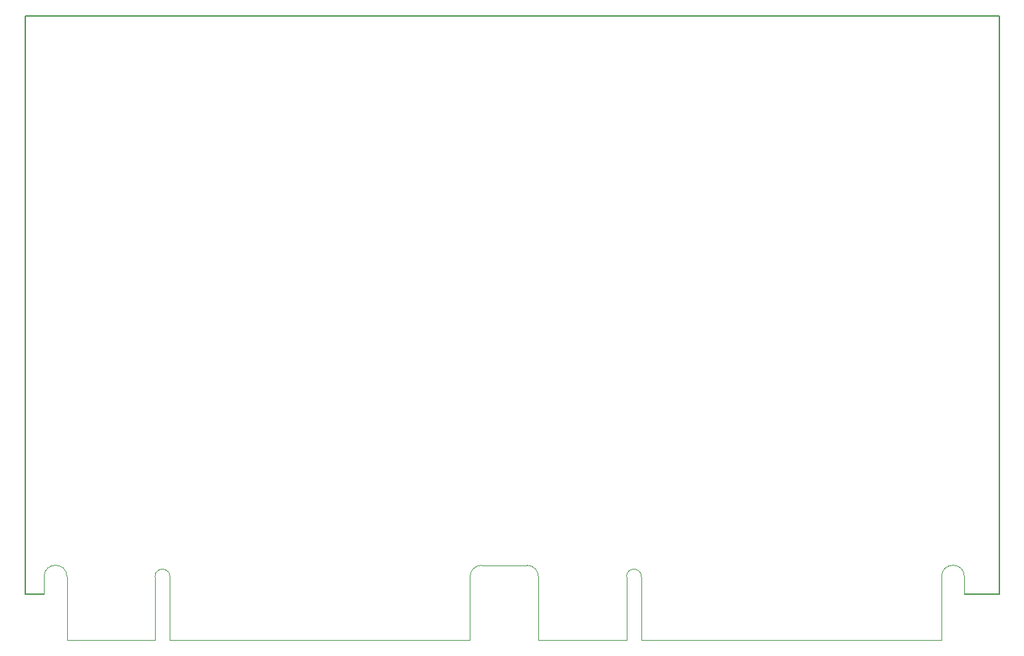
<source format=gbr>
G04 #@! TF.GenerationSoftware,KiCad,Pcbnew,(5.0.0)*
G04 #@! TF.CreationDate,2018-10-29T19:26:44-07:00*
G04 #@! TF.ProjectId,tester_v2,7465737465725F76322E6B696361645F,rev?*
G04 #@! TF.SameCoordinates,Original*
G04 #@! TF.FileFunction,Profile,NP*
%FSLAX46Y46*%
G04 Gerber Fmt 4.6, Leading zero omitted, Abs format (unit mm)*
G04 Created by KiCad (PCBNEW (5.0.0)) date 10/29/18 19:26:44*
%MOMM*%
%LPD*%
G01*
G04 APERTURE LIST*
%ADD10C,0.150000*%
G04 #@! TA.AperFunction,NonConductor*
%ADD11C,0.120000*%
G04 #@! TD*
G04 APERTURE END LIST*
D10*
X200000000Y-133600000D02*
X195550000Y-133600000D01*
X200000000Y-60000000D02*
X200000000Y-133600000D01*
X76000000Y-60000000D02*
X200000000Y-60000000D01*
X76000000Y-133600000D02*
X76000000Y-60000000D01*
X78450000Y-133600000D02*
X76000000Y-133600000D01*
D11*
G04 #@! TO.C,P1*
X94437247Y-139398230D02*
X132637247Y-139398230D01*
X78437247Y-131348230D02*
X78437247Y-133598230D01*
X94437247Y-131348230D02*
G75*
G03X92537247Y-131348230I-950000J0D01*
G01*
X192637247Y-131348230D02*
X192637247Y-139398230D01*
X195537247Y-131348230D02*
G75*
G03X192637247Y-131348230I-1450000J0D01*
G01*
X81337247Y-131348230D02*
G75*
G03X78437247Y-131348230I-1450000J0D01*
G01*
X92537247Y-139398230D02*
X81337247Y-139398230D01*
X132637247Y-131348230D02*
X132637247Y-139398230D01*
X154437247Y-131348230D02*
G75*
G03X152537247Y-131348230I-950000J0D01*
G01*
X134087247Y-129898230D02*
G75*
G03X132637247Y-131348230I0J-1450000D01*
G01*
X154437247Y-131348230D02*
X154437247Y-133598230D01*
X134087247Y-129898230D02*
X139887247Y-129898230D01*
X81337247Y-139398230D02*
X81337247Y-131348230D01*
X154437247Y-133598230D02*
X154437247Y-139398230D01*
X152537247Y-133598230D02*
X152537247Y-131348230D01*
X94437247Y-131348230D02*
X94437247Y-133598230D01*
X152537247Y-139398230D02*
X141337247Y-139398230D01*
X92537247Y-133598230D02*
X92537247Y-131348230D01*
X94437247Y-133598230D02*
X94437247Y-139398230D01*
X92537247Y-133598230D02*
X92537247Y-139398230D01*
X154437247Y-139398230D02*
X192637247Y-139398230D01*
X195537247Y-131348230D02*
X195537247Y-133598230D01*
X152537247Y-133598230D02*
X152537247Y-139398230D01*
X141337247Y-131348230D02*
G75*
G03X139887247Y-129898230I-1450000J0D01*
G01*
X141337247Y-139398230D02*
X141337247Y-131348230D01*
G04 #@! TD*
M02*

</source>
